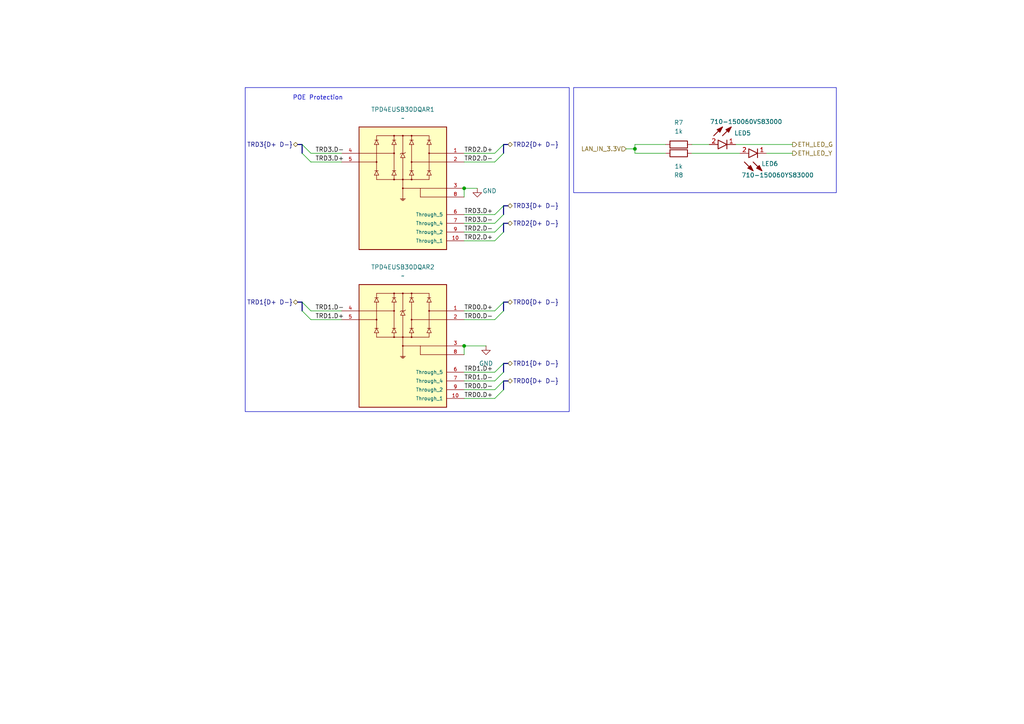
<source format=kicad_sch>
(kicad_sch (version 20250114) (generator "eeschema") (generator_version "9.0")
  (paper "A4")
  (title_block (date "2025-11-19") (rev "0") (company "Davide"))
  (lib_symbols
    (symbol "#dzdb:g_res/R-1k-0603" (pin_numbers (hide yes)) (pin_names (offset 0))
      (property "Reference" "R" (at 2.032 0 90))
      (property "Value" "1k" (at 0 0 90))
      (symbol "g_res/R-1k-0603_0_1"
        (rectangle (start -1.016 -2.54) (end 1.016 2.54) (stroke (width 0.254)))
      )
      (symbol "g_res/R-1k-0603_1_1"
        (pin passive line (at 0 3.81 270) (length 1.27) (name "~") (number "1"))
        (pin passive line (at 0 -3.81 90) (length 1.27) (name "~") (number "2"))
      )
    )
    (symbol "#dzdb:s_dio/D-WURT-710-150060VS83000" (pin_names (hide yes))
      (property "Reference" "LED" (at 6.604 5.08 0))
      (property "Value" "710-150060VS83000" (at 6.096 2.794 0))
      (symbol "s_dio/D-WURT-710-150060VS83000_1_1"
        (polyline (pts (xy -2.54 2.54) (xy 0 5.08)) (stroke (width 0.254)))
        (polyline (pts (xy -1.524 4.318) (xy -0.762 3.556) (xy 0 5.08) (xy -1.524 4.318)) (stroke (width 0.254)) (fill (type outline)))
        (polyline (pts (xy 0 2.54) (xy 2.54 5.08)) (stroke (width 0.254)))
        (polyline (pts (xy 1.016 4.318) (xy 1.778 3.556) (xy 2.54 5.08) (xy 1.016 4.318)) (stroke (width 0.254)) (fill (type outline)))
        (polyline (pts (xy 1.27 1.27) (xy 1.27 -1.27)) (stroke (width 0.254)))
        (polyline (pts (xy 1.27 0) (xy -1.27 1.27) (xy -1.27 -1.27) (xy 1.27 0)) (stroke (width 0.254)))
        (pin passive line (at -3.81 0 0) (length 2.54) (name "A") (number "2"))
        (pin passive line (at 3.81 0 180) (length 2.54) (name "K") (number "1"))
      )
    )
    (symbol "#dzdb:s_dio/D-WURT-710-150060YS83000" (pin_names (hide yes))
      (property "Reference" "LED" (at 6.604 5.08 0))
      (property "Value" "710-150060YS83000" (at 6.096 2.794 0))
      (symbol "s_dio/D-WURT-710-150060YS83000_1_1"
        (polyline (pts (xy -2.54 2.54) (xy 0 5.08)) (stroke (width 0.254)))
        (polyline (pts (xy -1.524 4.318) (xy -0.762 3.556) (xy 0 5.08) (xy -1.524 4.318)) (stroke (width 0.254)) (fill (type outline)))
        (polyline (pts (xy 0 2.54) (xy 2.54 5.08)) (stroke (width 0.254)))
        (polyline (pts (xy 1.016 4.318) (xy 1.778 3.556) (xy 2.54 5.08) (xy 1.016 4.318)) (stroke (width 0.254)) (fill (type outline)))
        (polyline (pts (xy 1.27 1.27) (xy 1.27 -1.27)) (stroke (width 0.254)))
        (polyline (pts (xy 1.27 0) (xy -1.27 1.27) (xy -1.27 -1.27) (xy 1.27 0)) (stroke (width 0.254)))
        (pin passive line (at -3.81 0 0) (length 2.54) (name "A") (number "2"))
        (pin passive line (at 3.81 0 180) (length 2.54) (name "K") (number "1"))
      )
    )
    (symbol "#dzdb:s_misc/IC-ESD-TPD4EUSB30" (pin_names (offset 1.016))
      (property "Reference" "TPD4EUSB30DQAR" (at -12.7 18.542 0))
      (symbol "s_misc/IC-ESD-TPD4EUSB30_0_0"
        (rectangle (start -12.7 -17.78) (end 12.7 17.78) (stroke (width 0.254)) (fill (type background)))
        (polyline (pts (xy -8.255 12.7) (xy -7.62 12.7)) (stroke (width 0.1524)))
        (polyline (pts (xy -8.255 3.81) (xy -7.62 3.81)) (stroke (width 0.1524)))
        (polyline (pts (xy -7.62 15.24) (xy -2.54 15.24)) (stroke (width 0.1524)))
        (polyline (pts (xy -7.62 13.97) (xy -8.255 12.7)) (stroke (width 0.1524)))
        (polyline (pts (xy -7.62 13.97) (xy -8.128 13.97)) (stroke (width 0.1524)))
        (polyline (pts (xy -7.62 13.97) (xy -7.62 15.24)) (stroke (width 0.1524)))
        (polyline (pts (xy -7.62 12.7) (xy -7.62 7.62)) (stroke (width 0.1524)))
        (polyline (pts (xy -7.62 12.7) (xy -6.985 12.7)) (stroke (width 0.1524)))
        (circle (center -7.62 7.62) (radius 0.127) (stroke (width 0.254)))
        (polyline (pts (xy -7.62 7.62) (xy -12.7 7.62)) (stroke (width 0.1524)))
        (polyline (pts (xy -7.62 7.62) (xy -7.62 5.08)) (stroke (width 0.1524)))
        (polyline (pts (xy -7.62 5.08) (xy -8.255 3.81)) (stroke (width 0.1524)))
        (polyline (pts (xy -7.62 5.08) (xy -8.128 5.08)) (stroke (width 0.1524)))
        (polyline (pts (xy -7.62 3.81) (xy -7.62 2.54)) (stroke (width 0.1524)))
        (polyline (pts (xy -7.62 3.81) (xy -6.985 3.81)) (stroke (width 0.1524)))
        (polyline (pts (xy -7.62 2.54) (xy -2.54 2.54)) (stroke (width 0.1524)))
        (polyline (pts (xy -7.112 13.97) (xy -7.62 13.97)) (stroke (width 0.1524)))
        (polyline (pts (xy -7.112 5.08) (xy -7.62 5.08)) (stroke (width 0.1524)))
        (polyline (pts (xy -6.985 12.7) (xy -7.62 13.97)) (stroke (width 0.1524)))
        (polyline (pts (xy -6.985 3.81) (xy -7.62 5.08)) (stroke (width 0.1524)))
        (polyline (pts (xy -3.175 12.7) (xy -2.54 12.7)) (stroke (width 0.1524)))
        (polyline (pts (xy -3.175 3.81) (xy -2.54 3.81)) (stroke (width 0.1524)))
        (circle (center -2.54 15.24) (radius 0.127) (stroke (width 0.254)))
        (polyline (pts (xy -2.54 15.24) (xy 0 15.24)) (stroke (width 0.1524)))
        (polyline (pts (xy -2.54 13.97) (xy -3.175 12.7)) (stroke (width 0.1524)))
        (polyline (pts (xy -2.54 13.97) (xy -3.048 13.97)) (stroke (width 0.1524)))
        (polyline (pts (xy -2.54 13.97) (xy -2.54 15.24)) (stroke (width 0.1524)))
        (polyline (pts (xy -2.54 12.7) (xy -2.54 10.16)) (stroke (width 0.1524)))
        (polyline (pts (xy -2.54 12.7) (xy -1.905 12.7)) (stroke (width 0.1524)))
        (circle (center -2.54 10.16) (radius 0.127) (stroke (width 0.254)))
        (polyline (pts (xy -2.54 10.16) (xy -12.7 10.16)) (stroke (width 0.1524)))
        (polyline (pts (xy -2.54 10.16) (xy -2.54 5.08)) (stroke (width 0.1524)))
        (polyline (pts (xy -2.54 5.08) (xy -3.175 3.81)) (stroke (width 0.1524)))
        (polyline (pts (xy -2.54 5.08) (xy -3.048 5.08)) (stroke (width 0.1524)))
        (polyline (pts (xy -2.54 3.81) (xy -2.54 2.54)) (stroke (width 0.1524)))
        (polyline (pts (xy -2.54 3.81) (xy -1.905 3.81)) (stroke (width 0.1524)))
        (circle (center -2.54 2.54) (radius 0.127) (stroke (width 0.254)))
        (polyline (pts (xy -2.54 2.54) (xy 2.54 2.54)) (stroke (width 0.1524)))
        (polyline (pts (xy -2.032 13.97) (xy -2.54 13.97)) (stroke (width 0.1524)))
        (polyline (pts (xy -2.032 5.08) (xy -2.54 5.08)) (stroke (width 0.1524)))
        (polyline (pts (xy -1.905 12.7) (xy -2.54 13.97)) (stroke (width 0.1524)))
        (polyline (pts (xy -1.905 3.81) (xy -2.54 5.08)) (stroke (width 0.1524)))
        (polyline (pts (xy -0.635 8.89) (xy 0.635 8.89)) (stroke (width 0.1524)))
        (polyline (pts (xy -0.508 10.16) (xy -0.762 9.906)) (stroke (width 0.1524)))
        (polyline (pts (xy -0.508 10.16) (xy 0 10.16)) (stroke (width 0.1524)))
        (polyline (pts (xy -0.508 -3.302) (xy 0.508 -3.302)) (stroke (width 0.1524)))
        (polyline (pts (xy -0.254 -3.556) (xy 0.254 -3.556)) (stroke (width 0.1524)))
        (circle (center 0 15.24) (radius 0.127) (stroke (width 0.254)))
        (polyline (pts (xy 0 15.24) (xy 2.54 15.24)) (stroke (width 0.1524)))
        (polyline (pts (xy 0 10.16) (xy -0.635 8.89)) (stroke (width 0.1524)))
        (polyline (pts (xy 0 10.16) (xy 0 15.24)) (stroke (width 0.1524)))
        (polyline (pts (xy 0 10.16) (xy 0.508 10.16)) (stroke (width 0.1524)))
        (polyline (pts (xy 0 8.89) (xy 0 0)) (stroke (width 0.1524)))
        (circle (center 0 2.54) (radius 0.127) (stroke (width 0.254)))
        (polyline (pts (xy 0 0) (xy 0 -3.048)) (stroke (width 0.1524)))
        (polyline (pts (xy 0 0) (xy 5.08 0)) (stroke (width 0.1524)))
        (circle (center 0 0) (radius 0.127) (stroke (width 0.254)))
        (polyline (pts (xy 0 -3.048) (xy -0.762 -3.048)) (stroke (width 0.1524)))
        (polyline (pts (xy 0 -3.048) (xy 0.762 -3.048)) (stroke (width 0.1524)))
        (polyline (pts (xy 0.508 10.16) (xy 0.762 10.414)) (stroke (width 0.1524)))
        (polyline (pts (xy 0.635 8.89) (xy 0 10.16)) (stroke (width 0.1524)))
        (polyline (pts (xy 1.905 12.7) (xy 2.54 12.7)) (stroke (width 0.1524)))
        (polyline (pts (xy 1.905 3.81) (xy 2.54 3.81)) (stroke (width 0.1524)))
        (polyline (pts (xy 2.54 15.24) (xy 7.62 15.24)) (stroke (width 0.1524)))
        (circle (center 2.54 15.24) (radius 0.127) (stroke (width 0.254)))
        (polyline (pts (xy 2.54 13.97) (xy 1.905 12.7)) (stroke (width 0.1524)))
        (polyline (pts (xy 2.54 13.97) (xy 2.032 13.97)) (stroke (width 0.1524)))
        (polyline (pts (xy 2.54 13.97) (xy 2.54 15.24)) (stroke (width 0.1524)))
        (polyline (pts (xy 2.54 12.7) (xy 2.54 7.62)) (stroke (width 0.1524)))
        (polyline (pts (xy 2.54 12.7) (xy 3.175 12.7)) (stroke (width 0.1524)))
        (polyline (pts (xy 2.54 7.62) (xy 2.54 5.08)) (stroke (width 0.1524)))
        (polyline (pts (xy 2.54 7.62) (xy 12.7 7.62)) (stroke (width 0.1524)))
        (circle (center 2.54 7.62) (radius 0.127) (stroke (width 0.254)))
        (polyline (pts (xy 2.54 5.08) (xy 1.905 3.81)) (stroke (width 0.1524)))
        (polyline (pts (xy 2.54 5.08) (xy 2.032 5.08)) (stroke (width 0.1524)))
        (polyline (pts (xy 2.54 3.81) (xy 2.54 2.54)) (stroke (width 0.1524)))
        (polyline (pts (xy 2.54 3.81) (xy 3.175 3.81)) (stroke (width 0.1524)))
        (polyline (pts (xy 2.54 2.54) (xy 7.62 2.54)) (stroke (width 0.1524)))
        (circle (center 2.54 2.54) (radius 0.127) (stroke (width 0.254)))
        (polyline (pts (xy 3.048 13.97) (xy 2.54 13.97)) (stroke (width 0.1524)))
        (polyline (pts (xy 3.048 5.08) (xy 2.54 5.08)) (stroke (width 0.1524)))
        (polyline (pts (xy 3.175 12.7) (xy 2.54 13.97)) (stroke (width 0.1524)))
        (polyline (pts (xy 3.175 3.81) (xy 2.54 5.08)) (stroke (width 0.1524)))
        (polyline (pts (xy 5.08 0) (xy 5.08 -2.54)) (stroke (width 0.1524)))
        (polyline (pts (xy 5.08 0) (xy 12.7 0)) (stroke (width 0.1524)))
        (polyline (pts (xy 5.08 -2.54) (xy 12.7 -2.54)) (stroke (width 0.1524)))
        (polyline (pts (xy 6.985 12.7) (xy 7.62 12.7)) (stroke (width 0.1524)))
        (polyline (pts (xy 6.985 3.81) (xy 7.62 3.81)) (stroke (width 0.1524)))
        (polyline (pts (xy 7.62 15.24) (xy 7.62 13.97)) (stroke (width 0.1524)))
        (polyline (pts (xy 7.62 13.97) (xy 6.985 12.7)) (stroke (width 0.1524)))
        (polyline (pts (xy 7.62 13.97) (xy 7.112 13.97)) (stroke (width 0.1524)))
        (polyline (pts (xy 7.62 12.7) (xy 7.62 10.16)) (stroke (width 0.1524)))
        (polyline (pts (xy 7.62 12.7) (xy 8.255 12.7)) (stroke (width 0.1524)))
        (polyline (pts (xy 7.62 10.16) (xy 7.62 5.08)) (stroke (width 0.1524)))
        (polyline (pts (xy 7.62 10.16) (xy 12.7 10.16)) (stroke (width 0.1524)))
        (circle (center 7.62 10.16) (radius 0.127) (stroke (width 0.254)))
        (polyline (pts (xy 7.62 5.08) (xy 6.985 3.81)) (stroke (width 0.1524)))
        (polyline (pts (xy 7.62 5.08) (xy 7.112 5.08)) (stroke (width 0.1524)))
        (polyline (pts (xy 7.62 3.81) (xy 8.255 3.81)) (stroke (width 0.1524)))
        (polyline (pts (xy 7.62 2.54) (xy 7.62 3.81)) (stroke (width 0.1524)))
        (polyline (pts (xy 8.128 13.97) (xy 7.62 13.97)) (stroke (width 0.1524)))
        (polyline (pts (xy 8.128 5.08) (xy 7.62 5.08)) (stroke (width 0.1524)))
        (polyline (pts (xy 8.255 12.7) (xy 7.62 13.97)) (stroke (width 0.1524)))
        (polyline (pts (xy 8.255 3.81) (xy 7.62 5.08)) (stroke (width 0.1524)))
        (pin bidirectional line (at -17.78 10.16 0) (length 5.08) (name "~") (number "4"))
        (pin bidirectional line (at -17.78 7.62 0) (length 5.08) (name "~") (number "5"))
        (pin bidirectional line (at 17.78 10.16 180) (length 5.08) (name "~") (number "1"))
        (pin bidirectional line (at 17.78 7.62 180) (length 5.08) (name "~") (number "2"))
        (pin power_in line (at 17.78 0 180) (length 5.08) (name "~") (number "3"))
        (pin power_in line (at 17.78 -2.54 180) (length 5.08) (name "~") (number "8"))
        (pin bidirectional line (at 17.78 -7.62 180) (length 5.08) (name "Through_5") (number "6"))
        (pin bidirectional line (at 17.78 -10.16 180) (length 5.08) (name "Through_4") (number "7"))
        (pin bidirectional line (at 17.78 -12.7 180) (length 5.08) (name "Through_2") (number "9"))
        (pin bidirectional line (at 17.78 -15.24 180) (length 5.08) (name "Through_1") (number "10"))
      )
    )
    (symbol "power:GND" (power) (pin_numbers (hide yes)) (pin_names (offset 0) (hide yes))
      (property "Value" "GND" (at 0 -3.81 0))
      (symbol "GND_0_1"
        (polyline (pts (xy 0 0) (xy 0 -1.27) (xy 1.27 -1.27) (xy 0 -2.54) (xy -1.27 -1.27) (xy 0 -1.27)))
      )
      (symbol "GND_1_1"
        (pin power_in line (at 0 0 270) (length 0) (name "~") (number "1"))
      )
    )
  )
  (rectangle (start 166.37 25.4) (end 242.57 55.88))
  (rectangle (start 71.12 25.4) (end 165.1 119.38))
  (text "POE Protection" (at 92.202 28.448 0) (effects (font (size 1.27 1.27))))
  (junction (at 134.62 54.61))
  (junction (at 134.62 100.33))
  (junction (at 184.15 43.18))
  (bus_entry (at 146.05 44.45) (size -2.54 2.54))
  (bus_entry (at 146.05 59.69) (size -2.54 2.54))
  (bus_entry (at 146.05 105.41) (size -2.54 2.54))
  (bus_entry (at 87.63 44.45) (size 2.54 2.54))
  (bus_entry (at 146.05 90.17) (size -2.54 2.54))
  (bus_entry (at 146.05 113.03) (size -2.54 2.54))
  (bus_entry (at 146.05 41.91) (size -2.54 2.54))
  (bus_entry (at 146.05 110.49) (size -2.54 2.54))
  (bus_entry (at 146.05 107.95) (size -2.54 2.54))
  (bus_entry (at 87.63 87.63) (size 2.54 2.54))
  (bus_entry (at 146.05 62.23) (size -2.54 2.54))
  (bus_entry (at 87.63 90.17) (size 2.54 2.54))
  (bus_entry (at 146.05 67.31) (size -2.54 2.54))
  (bus_entry (at 146.05 64.77) (size -2.54 2.54))
  (bus_entry (at 87.63 41.91) (size 2.54 2.54))
  (bus_entry (at 146.05 87.63) (size -2.54 2.54))
  (wire (pts (xy 214.63 44.45) (xy 200.66 44.45)))
  (wire (pts (xy 134.62 54.61) (xy 138.43 54.61)))
  (wire (pts (xy 134.62 92.71) (xy 143.51 92.71)))
  (wire (pts (xy 181.61 43.18) (xy 184.15 43.18)))
  (bus (pts (xy 86.36 41.91) (xy 87.63 41.91)))
  (bus (pts (xy 147.32 87.63) (xy 146.05 87.63)))
  (wire (pts (xy 134.62 69.85) (xy 143.51 69.85)))
  (bus (pts (xy 147.32 110.49) (xy 146.05 110.49)))
  (wire (pts (xy 193.04 41.91) (xy 184.15 41.91)))
  (wire (pts (xy 134.62 110.49) (xy 143.51 110.49)))
  (wire (pts (xy 134.62 115.57) (xy 143.51 115.57)))
  (bus (pts (xy 146.05 87.63) (xy 146.05 90.17)))
  (wire (pts (xy 213.36 41.91) (xy 229.87 41.91)))
  (wire (pts (xy 134.62 90.17) (xy 143.51 90.17)))
  (bus (pts (xy 146.05 41.91) (xy 146.05 44.45)))
  (wire (pts (xy 134.62 113.03) (xy 143.51 113.03)))
  (wire (pts (xy 229.87 44.45) (xy 222.25 44.45)))
  (wire (pts (xy 90.17 90.17) (xy 99.06 90.17)))
  (wire (pts (xy 200.66 41.91) (xy 205.74 41.91)))
  (bus (pts (xy 146.05 110.49) (xy 146.05 113.03)))
  (wire (pts (xy 134.62 46.99) (xy 143.51 46.99)))
  (wire (pts (xy 184.15 43.18) (xy 184.15 44.45)))
  (bus (pts (xy 146.05 105.41) (xy 146.05 107.95)))
  (bus (pts (xy 146.05 64.77) (xy 146.05 67.31)))
  (bus (pts (xy 147.32 41.91) (xy 146.05 41.91)))
  (wire (pts (xy 134.62 64.77) (xy 143.51 64.77)))
  (wire (pts (xy 134.62 100.33) (xy 134.62 102.87)))
  (wire (pts (xy 134.62 67.31) (xy 143.51 67.31)))
  (bus (pts (xy 87.63 41.91) (xy 87.63 44.45)))
  (bus (pts (xy 146.05 59.69) (xy 146.05 62.23)))
  (wire (pts (xy 134.62 100.33) (xy 140.97 100.33)))
  (wire (pts (xy 134.62 62.23) (xy 143.51 62.23)))
  (wire (pts (xy 90.17 92.71) (xy 99.06 92.71)))
  (wire (pts (xy 134.62 44.45) (xy 143.51 44.45)))
  (wire (pts (xy 90.17 46.99) (xy 99.06 46.99)))
  (bus (pts (xy 87.63 87.63) (xy 87.63 90.17)))
  (wire (pts (xy 134.62 54.61) (xy 134.62 57.15)))
  (bus (pts (xy 86.36 87.63) (xy 87.63 87.63)))
  (wire (pts (xy 90.17 44.45) (xy 99.06 44.45)))
  (wire (pts (xy 193.04 44.45) (xy 184.15 44.45)))
  (bus (pts (xy 147.32 105.41) (xy 146.05 105.41)))
  (bus (pts (xy 147.32 64.77) (xy 146.05 64.77)))
  (wire (pts (xy 184.15 41.91) (xy 184.15 43.18)))
  (bus (pts (xy 147.32 59.69) (xy 146.05 59.69)))
  (wire (pts (xy 134.62 107.95) (xy 143.51 107.95)))
  (label "TRD1.D+" (at 134.62 107.95 0))
  (label "TRD0.D+" (at 134.62 115.57 0))
  (label "TRD2.D+" (at 134.62 44.45 0))
  (label "TRD0.D+" (at 134.62 90.17 0))
  (label "TRD3.D+" (at 134.62 62.23 0))
  (label "TRD3.D+" (at 91.44 46.99 0))
  (label "TRD1.D-" (at 91.44 90.17 0))
  (label "TRD0.D-" (at 134.62 92.71 0))
  (label "TRD3.D-" (at 91.44 44.45 0))
  (label "TRD1.D+" (at 91.44 92.71 0))
  (label "TRD2.D-" (at 134.62 67.31 0))
  (label "TRD3.D-" (at 134.62 64.77 0))
  (label "TRD2.D+" (at 134.62 69.85 0))
  (label "TRD2.D-" (at 134.62 46.99 0))
  (label "TRD1.D-" (at 134.62 110.49 0))
  (label "TRD0.D-" (at 134.62 113.03 0))
  (hierarchical_label "TRD3{D+ D-}" (shape bidirectional) (at 86.36 41.91 180))
  (hierarchical_label "TRD2{D+ D-}" (shape bidirectional) (at 147.32 41.91 0))
  (hierarchical_label "ETH_LED_Y" (shape output) (at 229.87 44.45 0))
  (hierarchical_label "TRD0{D+ D-}" (shape bidirectional) (at 147.32 110.49 0))
  (hierarchical_label "ETH_LED_G" (shape output) (at 229.87 41.91 0))
  (hierarchical_label "TRD0{D+ D-}" (shape bidirectional) (at 147.32 87.63 0))
  (hierarchical_label "TRD1{D+ D-}" (shape bidirectional) (at 147.32 105.41 0))
  (hierarchical_label "TRD3{D+ D-}" (shape bidirectional) (at 147.32 59.69 0))
  (hierarchical_label "TRD2{D+ D-}" (shape bidirectional) (at 147.32 64.77 0))
  (hierarchical_label "TRD1{D+ D-}" (shape bidirectional) (at 86.36 87.63 180))
  (hierarchical_label "LAN_IN_3.3V" (shape input) (at 181.61 43.18 180))
  (symbol (lib_id "power:GND") (at 138.43 54.61 0) (unit 1)
    (property "Reference" "#PWR019" (effects (hide yes)))
    (property "Value" "GND" (at 141.986 55.372 0))
    (property "Description" "Power symbol creates a global label with name \"GND\" , ground" (effects (hide yes)))
  )
  (symbol (lib_id "#dzdb:s_misc/IC-ESD-TPD4EUSB30") (at 116.84 54.61 0) (unit 1)
    (property "Reference" "TPD4EUSB30DQAR1" (at 116.84 31.75 0))
    (property "Value" "~" (at 116.84 34.29 0) (effects (font (thickness 0.1588))))
    (property "Footprint" "dz_con:IC_TPD4EUSB30DQAR" (effects (hide yes)))
    (property "Datasheet" "https://www.ti.com/lit/ds/symlink/tpd2eusb30.pdf?ts=1759733045206" (effects (hide yes)))
    (property "Description" "Quad ESD protection 4-channel ESD diode array" (effects (hide yes)))
    (property "MF" "Texas Instruments" (effects (hide yes)))
    (property "MAXIMUM_PACKAGE_HEIGHT" "0.55 mm" (effects (hide yes)))
    (property "Package" "USON-10 Texas Instruments" (effects (hide yes)))
    (property "Price" "None" (effects (hide yes)))
    (property "Check_prices" "https://www.snapeda.com/parts/TPD4EUSB30DQAR/Texas+Instruments/view-part/?ref=eda" (effects (hide yes)))
    (property "STANDARD" "Manufacturer Recommendations" (effects (hide yes)))
    (property "PARTREV" "F" (effects (hide yes)))
    (property "SnapEDA_Link" "https://www.snapeda.com/parts/TPD4EUSB30DQAR/Texas+Instruments/view-part/?ref=snap" (effects (hide yes)))
    (property "MP" "TPD4EUSB30DQAR" (effects (hide yes)))
    (property "Description_1" "Quad 0.8-pF, 5.5-V, ±8-kV ESD protection diode with 5-A 8/20-uS surge rating for USB 3.0" (effects (hide yes)))
    (property "Availability" "In Stock" (effects (hide yes)))
    (property "MANUFACTURER" "Texas Instruments" (effects (hide yes)))
    (property "IPN" "IC-ESD-TPD4EUSB30" (effects (hide yes)))
    (property "MPN" "TPD4EUSB30DQAR" (effects (hide yes)))
    (property "Manufacturer" "Texas Instruments" (effects (hide yes)))
    (property "Symbol" "dz_con:TPD4EUSB30DQAR" (effects (hide yes)))
    (property "Type" "ESD/Misc" (effects (hide yes)))
    (property "Supplier" "Mouser" (effects (hide yes)))
    (property "SPN" "595-TPD4EUSB30DQAR" (effects (hide yes)))
    (property "LCSC" "C90627" (effects (hide yes)))
  )
  (symbol (lib_id "#dzdb:g_res/R-1k-0603") (at 196.85 41.91 270) (mirror x) (unit 1)
    (property "Reference" "R7" (at 196.85 35.56 90))
    (property "Value" "1k" (at 196.85 38.1 90))
    (property "Footprint" "Resistor_SMD:R_0603_1608Metric" (effects (hide yes)))
    (property "Datasheet" "https://www.we-online.com/components/products/datasheet/560112116014.pdf" (effects (hide yes)))
    (property "Description" "Thick Film Resistors - SMD WRIS-RSKS 1 kOhms 1 % 0.1 W 0603" (effects (hide yes)))
    (property "IPN" "R-1k-0603" (effects (hide yes)))
    (property "MPN" "560112116014" (effects (hide yes)))
    (property "Manufacturer" "Wurth Elektronik" (effects (hide yes)))
    (property "Resistance" "1k" (effects (hide yes)))
    (property "Power" "0.1 W" (effects (hide yes)))
    (property "Material" "Thick film" (effects (hide yes)))
    (property "Tolerance" "1 %" (effects (hide yes)))
    (property "Supplier" "Mouser" (effects (hide yes)))
    (property "SPN" "710-560112116014" (effects (hide yes)))
    (property "LCSC" "CXXXXX" (effects (hide yes)))
    (property "Comment" "lifecycle=Active; note=Auto-generated" (effects (hide yes)))
  )
  (symbol (lib_id "#dzdb:g_res/R-1k-0603") (at 196.85 44.45 270) (unit 1)
    (property "Reference" "R8" (at 196.85 50.8 90))
    (property "Value" "1k" (at 196.85 48.26 90))
    (property "Footprint" "Resistor_SMD:R_0603_1608Metric" (effects (hide yes)))
    (property "Datasheet" "https://www.we-online.com/components/products/datasheet/560112116014.pdf" (effects (hide yes)))
    (property "Description" "Thick Film Resistors - SMD WRIS-RSKS 1 kOhms 1 % 0.1 W 0603" (effects (hide yes)))
    (property "IPN" "R-1k-0603" (effects (hide yes)))
    (property "MPN" "560112116014" (effects (hide yes)))
    (property "Manufacturer" "Wurth Elektronik" (effects (hide yes)))
    (property "Resistance" "1k" (effects (hide yes)))
    (property "Power" "0.1 W" (effects (hide yes)))
    (property "Material" "Thick film" (effects (hide yes)))
    (property "Tolerance" "1 %" (effects (hide yes)))
    (property "Supplier" "Mouser" (effects (hide yes)))
    (property "SPN" "710-560112116014" (effects (hide yes)))
    (property "LCSC" "CXXXXX" (effects (hide yes)))
    (property "Comment" "lifecycle=Active; note=Auto-generated" (effects (hide yes)))
  )
  (symbol (lib_id "#dzdb:s_dio/D-WURT-710-150060YS83000") (at 218.44 44.45 0) (mirror x) (unit 1)
    (property "Reference" "LED6" (at 223.266 47.498 0))
    (property "Value" "710-150060YS83000" (at 225.552 50.8 0))
    (property "Footprint" "dz_dio:Wuerth_LED_150060RS83000" (effects (hide yes)))
    (property "Datasheet" "https://www.we-online.com/catalog/datasheet/150060SY83000.pdf" (effects (hide yes)))
    (property "Description" "Einfarbige LEDs leds WL-SMCW SMT 0603 Dome Yellow Typ 650mcd 2V" (effects (hide yes)))
    (property "Height" "0.95" (effects (hide yes)))
    (property "Manufacturer_Name" "Wurth Elektronik" (effects (hide yes)))
    (property "Manufacturer_Part_Number" "150060RS83000" (effects (hide yes)))
    (property "IPN" "D-WURT-710-150060YS83000" (effects (hide yes)))
    (property "MPN" "710-150060YS83000" (effects (hide yes)))
    (property "Manufacturer" "Wurth Elektronik" (effects (hide yes)))
    (property "Type" "Einfarbige LEDs leds" (effects (hide yes)))
    (property "Vf" "2V" (effects (hide yes)))
    (property "If" "20 mA" (effects (hide yes)))
    (property "Supplier" "Mouser" (effects (hide yes)))
    (property "SPN" "710-150060YS83000" (effects (hide yes)))
    (property "Comment" "lifecycle=New Product" (effects (hide yes)))
  )
  (symbol (lib_id "#dzdb:s_dio/D-WURT-710-150060VS83000") (at 209.55 41.91 0) (unit 1)
    (property "Reference" "LED5" (at 215.392 38.608 0))
    (property "Value" "710-150060VS83000" (at 216.408 35.306 0))
    (property "Footprint" "dz_dio:Wuerth_LED_150060RS83000" (effects (hide yes)))
    (property "Datasheet" "https://www.we-online.com/components/products/datasheet/150060VS83000.pdf" (effects (hide yes)))
    (property "Description" "Einfarbige LEDs leds WL-SMCW SMT 0603 Dome Bright Green Typ  300mcd 2V" (effects (hide yes)))
    (property "Height" "0.95" (effects (hide yes)))
    (property "Manufacturer_Name" "Wurth Elektronik" (effects (hide yes)))
    (property "Manufacturer_Part_Number" "150060RS83000" (effects (hide yes)))
    (property "IPN" "D-WURT-710-150060VS83000" (effects (hide yes)))
    (property "MPN" "710-150060VS83000" (effects (hide yes)))
    (property "Manufacturer" "Wurth Elektronik" (effects (hide yes)))
    (property "Type" "Einfarbige LEDs leds" (effects (hide yes)))
    (property "Vf" "2 V" (effects (hide yes)))
    (property "If" "20 mA" (effects (hide yes)))
    (property "Supplier" "Mouser" (effects (hide yes)))
    (property "SPN" "710-150060VS83000" (effects (hide yes)))
    (property "Comment" "lifecycle=New Product" (effects (hide yes)))
  )
  (symbol (lib_id "power:GND") (at 140.97 100.33 0) (unit 1)
    (property "Reference" "#PWR020" (effects (hide yes)))
    (property "Value" "GND" (at 140.97 105.41 0))
    (property "Description" "Power symbol creates a global label with name \"GND\" , ground" (effects (hide yes)))
  )
  (symbol (lib_id "#dzdb:s_misc/IC-ESD-TPD4EUSB30") (at 116.84 100.33 0) (unit 1)
    (property "Reference" "TPD4EUSB30DQAR2" (at 116.84 77.47 0))
    (property "Value" "~" (at 116.84 80.01 0) (effects (font (thickness 0.1588))))
    (property "Footprint" "dz_con:IC_TPD4EUSB30DQAR" (effects (hide yes)))
    (property "Datasheet" "https://www.ti.com/lit/ds/symlink/tpd2eusb30.pdf?ts=1759733045206" (effects (hide yes)))
    (property "Description" "Quad ESD protection 4-channel ESD diode array" (effects (hide yes)))
    (property "MF" "Texas Instruments" (effects (hide yes)))
    (property "MAXIMUM_PACKAGE_HEIGHT" "0.55 mm" (effects (hide yes)))
    (property "Package" "USON-10 Texas Instruments" (effects (hide yes)))
    (property "Price" "None" (effects (hide yes)))
    (property "Check_prices" "https://www.snapeda.com/parts/TPD4EUSB30DQAR/Texas+Instruments/view-part/?ref=eda" (effects (hide yes)))
    (property "STANDARD" "Manufacturer Recommendations" (effects (hide yes)))
    (property "PARTREV" "F" (effects (hide yes)))
    (property "SnapEDA_Link" "https://www.snapeda.com/parts/TPD4EUSB30DQAR/Texas+Instruments/view-part/?ref=snap" (effects (hide yes)))
    (property "MP" "TPD4EUSB30DQAR" (effects (hide yes)))
    (property "Description_1" "Quad 0.8-pF, 5.5-V, ±8-kV ESD protection diode with 5-A 8/20-uS surge rating for USB 3.0" (effects (hide yes)))
    (property "Availability" "In Stock" (effects (hide yes)))
    (property "MANUFACTURER" "Texas Instruments" (effects (hide yes)))
    (property "IPN" "IC-ESD-TPD4EUSB30" (effects (hide yes)))
    (property "MPN" "TPD4EUSB30DQAR" (effects (hide yes)))
    (property "Manufacturer" "Texas Instruments" (effects (hide yes)))
    (property "Symbol" "dz_con:TPD4EUSB30DQAR" (effects (hide yes)))
    (property "Type" "ESD/Misc" (effects (hide yes)))
    (property "Supplier" "Mouser" (effects (hide yes)))
    (property "SPN" "595-TPD4EUSB30DQAR" (effects (hide yes)))
    (property "LCSC" "C90627" (effects (hide yes)))
  )
)
</source>
